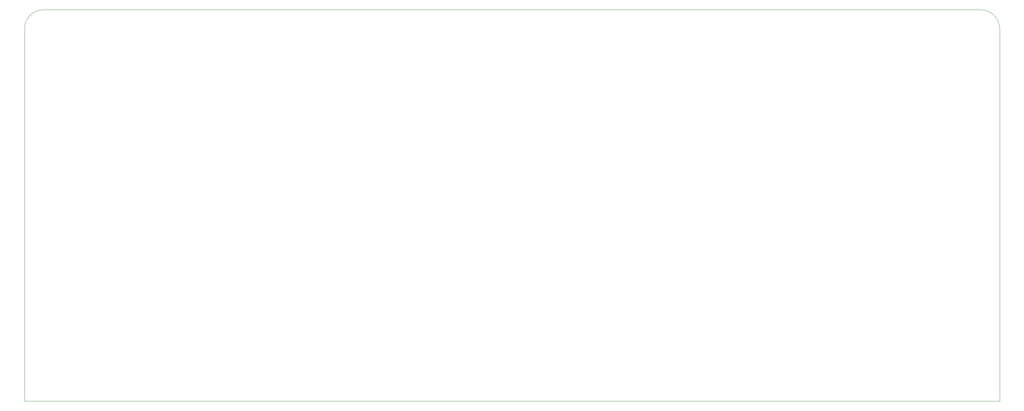
<source format=gm1>
%TF.GenerationSoftware,KiCad,Pcbnew,(6.0.0-0)*%
%TF.CreationDate,2023-04-30T11:44:54+02:00*%
%TF.ProjectId,litl,6c69746c-2e6b-4696-9361-645f70636258,rev?*%
%TF.SameCoordinates,Original*%
%TF.FileFunction,Profile,NP*%
%FSLAX46Y46*%
G04 Gerber Fmt 4.6, Leading zero omitted, Abs format (unit mm)*
G04 Created by KiCad (PCBNEW (6.0.0-0)) date 2023-04-30 11:44:54*
%MOMM*%
%LPD*%
G01*
G04 APERTURE LIST*
%TA.AperFunction,Profile*%
%ADD10C,0.100000*%
%TD*%
G04 APERTURE END LIST*
D10*
X28650000Y-24375000D02*
G75*
G03*
X23875000Y-29150000I0J-4775000D01*
G01*
X272175000Y-29150000D02*
G75*
G03*
X267400000Y-24375000I-4775000J0D01*
G01*
X267400000Y-24375000D02*
X28650000Y-24375000D01*
X23875000Y-31037500D02*
X23875000Y-124150000D01*
X272175000Y-29150000D02*
X272175000Y-124150000D01*
X272175000Y-124150000D02*
X23875000Y-124150000D01*
X23875000Y-31037500D02*
X23875000Y-29150000D01*
M02*

</source>
